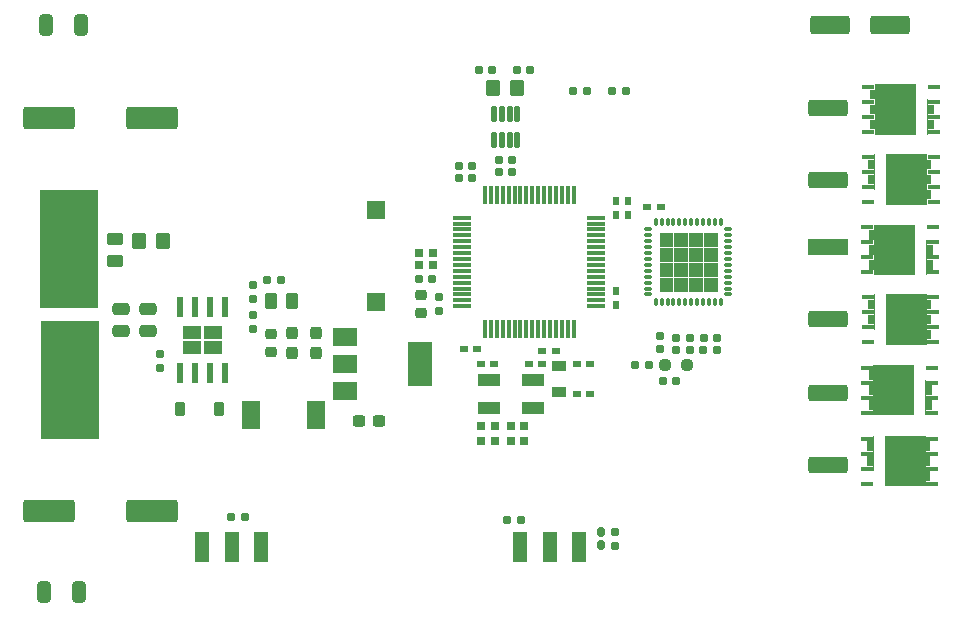
<source format=gtp>
%TF.GenerationSoftware,KiCad,Pcbnew,7.0.1-0*%
%TF.CreationDate,2023-08-15T02:12:02+05:30*%
%TF.ProjectId,retry1,72657472-7931-42e6-9b69-6361645f7063,rev?*%
%TF.SameCoordinates,Original*%
%TF.FileFunction,Paste,Top*%
%TF.FilePolarity,Positive*%
%FSLAX46Y46*%
G04 Gerber Fmt 4.6, Leading zero omitted, Abs format (unit mm)*
G04 Created by KiCad (PCBNEW 7.0.1-0) date 2023-08-15 02:12:02*
%MOMM*%
%LPD*%
G01*
G04 APERTURE LIST*
G04 Aperture macros list*
%AMRoundRect*
0 Rectangle with rounded corners*
0 $1 Rounding radius*
0 $2 $3 $4 $5 $6 $7 $8 $9 X,Y pos of 4 corners*
0 Add a 4 corners polygon primitive as box body*
4,1,4,$2,$3,$4,$5,$6,$7,$8,$9,$2,$3,0*
0 Add four circle primitives for the rounded corners*
1,1,$1+$1,$2,$3*
1,1,$1+$1,$4,$5*
1,1,$1+$1,$6,$7*
1,1,$1+$1,$8,$9*
0 Add four rect primitives between the rounded corners*
20,1,$1+$1,$2,$3,$4,$5,0*
20,1,$1+$1,$4,$5,$6,$7,0*
20,1,$1+$1,$6,$7,$8,$9,0*
20,1,$1+$1,$8,$9,$2,$3,0*%
G04 Aperture macros list end*
%ADD10C,0.010000*%
%ADD11RoundRect,0.160000X0.160000X-0.197500X0.160000X0.197500X-0.160000X0.197500X-0.160000X-0.197500X0*%
%ADD12RoundRect,0.155000X0.212500X0.155000X-0.212500X0.155000X-0.212500X-0.155000X0.212500X-0.155000X0*%
%ADD13RoundRect,0.249999X1.425001X-0.450001X1.425001X0.450001X-1.425001X0.450001X-1.425001X-0.450001X0*%
%ADD14R,3.350000X1.400000*%
%ADD15RoundRect,0.250000X0.450000X-0.262500X0.450000X0.262500X-0.450000X0.262500X-0.450000X-0.262500X0*%
%ADD16R,5.000000X10.000000*%
%ADD17RoundRect,0.250000X-0.350000X-0.450000X0.350000X-0.450000X0.350000X0.450000X-0.350000X0.450000X0*%
%ADD18RoundRect,0.237500X0.237500X-0.300000X0.237500X0.300000X-0.237500X0.300000X-0.237500X-0.300000X0*%
%ADD19RoundRect,0.007200X0.112800X-0.292800X0.112800X0.292800X-0.112800X0.292800X-0.112800X-0.292800X0*%
%ADD20RoundRect,0.007200X0.292800X0.112800X-0.292800X0.112800X-0.292800X-0.112800X0.292800X-0.112800X0*%
%ADD21RoundRect,0.155000X-0.212500X-0.155000X0.212500X-0.155000X0.212500X0.155000X-0.212500X0.155000X0*%
%ADD22R,0.715000X0.640000*%
%ADD23R,1.500000X2.400000*%
%ADD24RoundRect,0.160000X0.197500X0.160000X-0.197500X0.160000X-0.197500X-0.160000X0.197500X-0.160000X0*%
%ADD25R,1.200000X0.875000*%
%ADD26RoundRect,0.225000X0.250000X-0.225000X0.250000X0.225000X-0.250000X0.225000X-0.250000X-0.225000X0*%
%ADD27R,0.735000X0.620000*%
%ADD28RoundRect,0.155000X0.155000X-0.212500X0.155000X0.212500X-0.155000X0.212500X-0.155000X-0.212500X0*%
%ADD29RoundRect,0.237500X-0.300000X-0.237500X0.300000X-0.237500X0.300000X0.237500X-0.300000X0.237500X0*%
%ADD30RoundRect,0.237500X0.250000X0.237500X-0.250000X0.237500X-0.250000X-0.237500X0.250000X-0.237500X0*%
%ADD31RoundRect,0.160000X0.160000X-0.222500X0.160000X0.222500X-0.160000X0.222500X-0.160000X-0.222500X0*%
%ADD32R,1.900000X1.100000*%
%ADD33R,1.092200X0.406400*%
%ADD34RoundRect,0.225000X-0.225000X-0.375000X0.225000X-0.375000X0.225000X0.375000X-0.225000X0.375000X0*%
%ADD35RoundRect,0.250000X-0.475000X0.250000X-0.475000X-0.250000X0.475000X-0.250000X0.475000X0.250000X0*%
%ADD36RoundRect,0.125000X0.125000X-0.537500X0.125000X0.537500X-0.125000X0.537500X-0.125000X-0.537500X0*%
%ADD37R,0.620000X0.735000*%
%ADD38RoundRect,0.160000X-0.160000X0.197500X-0.160000X-0.197500X0.160000X-0.197500X0.160000X0.197500X0*%
%ADD39RoundRect,0.160000X-0.197500X-0.160000X0.197500X-0.160000X0.197500X0.160000X-0.197500X0.160000X0*%
%ADD40R,1.250000X2.500000*%
%ADD41RoundRect,0.075000X0.075000X-0.700000X0.075000X0.700000X-0.075000X0.700000X-0.075000X-0.700000X0*%
%ADD42RoundRect,0.075000X0.700000X-0.075000X0.700000X0.075000X-0.700000X0.075000X-0.700000X-0.075000X0*%
%ADD43R,2.000000X1.500000*%
%ADD44R,2.000000X3.800000*%
%ADD45R,0.558800X1.663700*%
%ADD46RoundRect,0.250000X-0.325000X-0.650000X0.325000X-0.650000X0.325000X0.650000X-0.325000X0.650000X0*%
%ADD47RoundRect,0.250000X1.412500X0.550000X-1.412500X0.550000X-1.412500X-0.550000X1.412500X-0.550000X0*%
%ADD48RoundRect,0.250000X-1.950000X-0.700000X1.950000X-0.700000X1.950000X0.700000X-1.950000X0.700000X0*%
%ADD49RoundRect,0.155000X-0.155000X0.212500X-0.155000X-0.212500X0.155000X-0.212500X0.155000X0.212500X0*%
%ADD50R,1.500000X1.500000*%
%ADD51R,0.765000X0.640000*%
%ADD52RoundRect,0.250000X0.262500X0.450000X-0.262500X0.450000X-0.262500X-0.450000X0.262500X-0.450000X0*%
G04 APERTURE END LIST*
%TO.C,U7*%
D10*
X127154000Y-116212000D02*
X126094000Y-116212000D01*
X126094000Y-115152000D01*
X127154000Y-115152000D01*
X127154000Y-116212000D01*
G36*
X127154000Y-116212000D02*
G01*
X126094000Y-116212000D01*
X126094000Y-115152000D01*
X127154000Y-115152000D01*
X127154000Y-116212000D01*
G37*
X128414000Y-116212000D02*
X127354000Y-116212000D01*
X127354000Y-115152000D01*
X128414000Y-115152000D01*
X128414000Y-116212000D01*
G36*
X128414000Y-116212000D02*
G01*
X127354000Y-116212000D01*
X127354000Y-115152000D01*
X128414000Y-115152000D01*
X128414000Y-116212000D01*
G37*
X129674000Y-116212000D02*
X128614000Y-116212000D01*
X128614000Y-115152000D01*
X129674000Y-115152000D01*
X129674000Y-116212000D01*
G36*
X129674000Y-116212000D02*
G01*
X128614000Y-116212000D01*
X128614000Y-115152000D01*
X129674000Y-115152000D01*
X129674000Y-116212000D01*
G37*
X130934000Y-116212000D02*
X129874000Y-116212000D01*
X129874000Y-115152000D01*
X130934000Y-115152000D01*
X130934000Y-116212000D01*
G36*
X130934000Y-116212000D02*
G01*
X129874000Y-116212000D01*
X129874000Y-115152000D01*
X130934000Y-115152000D01*
X130934000Y-116212000D01*
G37*
X127154000Y-114952000D02*
X126094000Y-114952000D01*
X126094000Y-113892000D01*
X127154000Y-113892000D01*
X127154000Y-114952000D01*
G36*
X127154000Y-114952000D02*
G01*
X126094000Y-114952000D01*
X126094000Y-113892000D01*
X127154000Y-113892000D01*
X127154000Y-114952000D01*
G37*
X128414000Y-114952000D02*
X127354000Y-114952000D01*
X127354000Y-113892000D01*
X128414000Y-113892000D01*
X128414000Y-114952000D01*
G36*
X128414000Y-114952000D02*
G01*
X127354000Y-114952000D01*
X127354000Y-113892000D01*
X128414000Y-113892000D01*
X128414000Y-114952000D01*
G37*
X129674000Y-114952000D02*
X128614000Y-114952000D01*
X128614000Y-113892000D01*
X129674000Y-113892000D01*
X129674000Y-114952000D01*
G36*
X129674000Y-114952000D02*
G01*
X128614000Y-114952000D01*
X128614000Y-113892000D01*
X129674000Y-113892000D01*
X129674000Y-114952000D01*
G37*
X130934000Y-114952000D02*
X129874000Y-114952000D01*
X129874000Y-113892000D01*
X130934000Y-113892000D01*
X130934000Y-114952000D01*
G36*
X130934000Y-114952000D02*
G01*
X129874000Y-114952000D01*
X129874000Y-113892000D01*
X130934000Y-113892000D01*
X130934000Y-114952000D01*
G37*
X127154000Y-113692000D02*
X126094000Y-113692000D01*
X126094000Y-112632000D01*
X127154000Y-112632000D01*
X127154000Y-113692000D01*
G36*
X127154000Y-113692000D02*
G01*
X126094000Y-113692000D01*
X126094000Y-112632000D01*
X127154000Y-112632000D01*
X127154000Y-113692000D01*
G37*
X128414000Y-113692000D02*
X127354000Y-113692000D01*
X127354000Y-112632000D01*
X128414000Y-112632000D01*
X128414000Y-113692000D01*
G36*
X128414000Y-113692000D02*
G01*
X127354000Y-113692000D01*
X127354000Y-112632000D01*
X128414000Y-112632000D01*
X128414000Y-113692000D01*
G37*
X129674000Y-113692000D02*
X128614000Y-113692000D01*
X128614000Y-112632000D01*
X129674000Y-112632000D01*
X129674000Y-113692000D01*
G36*
X129674000Y-113692000D02*
G01*
X128614000Y-113692000D01*
X128614000Y-112632000D01*
X129674000Y-112632000D01*
X129674000Y-113692000D01*
G37*
X130934000Y-113692000D02*
X129874000Y-113692000D01*
X129874000Y-112632000D01*
X130934000Y-112632000D01*
X130934000Y-113692000D01*
G36*
X130934000Y-113692000D02*
G01*
X129874000Y-113692000D01*
X129874000Y-112632000D01*
X130934000Y-112632000D01*
X130934000Y-113692000D01*
G37*
X127154000Y-112432000D02*
X126094000Y-112432000D01*
X126094000Y-111372000D01*
X127154000Y-111372000D01*
X127154000Y-112432000D01*
G36*
X127154000Y-112432000D02*
G01*
X126094000Y-112432000D01*
X126094000Y-111372000D01*
X127154000Y-111372000D01*
X127154000Y-112432000D01*
G37*
X128414000Y-112432000D02*
X127354000Y-112432000D01*
X127354000Y-111372000D01*
X128414000Y-111372000D01*
X128414000Y-112432000D01*
G36*
X128414000Y-112432000D02*
G01*
X127354000Y-112432000D01*
X127354000Y-111372000D01*
X128414000Y-111372000D01*
X128414000Y-112432000D01*
G37*
X129674000Y-112432000D02*
X128614000Y-112432000D01*
X128614000Y-111372000D01*
X129674000Y-111372000D01*
X129674000Y-112432000D01*
G36*
X129674000Y-112432000D02*
G01*
X128614000Y-112432000D01*
X128614000Y-111372000D01*
X129674000Y-111372000D01*
X129674000Y-112432000D01*
G37*
X130934000Y-112432000D02*
X129874000Y-112432000D01*
X129874000Y-111372000D01*
X130934000Y-111372000D01*
X130934000Y-112432000D01*
G36*
X130934000Y-112432000D02*
G01*
X129874000Y-112432000D01*
X129874000Y-111372000D01*
X130934000Y-111372000D01*
X130934000Y-112432000D01*
G37*
%TO.C,U9*%
G36*
X144319000Y-107676200D02*
G01*
X144269000Y-107676200D01*
X144269000Y-107219000D01*
X143731600Y-107219000D01*
X143731600Y-106406200D01*
X144269000Y-106406200D01*
X144269000Y-105949000D01*
X143731600Y-105949000D01*
X143731600Y-105136200D01*
X144269000Y-105136200D01*
X144269000Y-104679000D01*
X144319000Y-104679000D01*
X144319000Y-107676200D01*
G37*
G36*
X148739400Y-105136200D02*
G01*
X149106800Y-105136200D01*
X149106800Y-105949000D01*
X148739400Y-105949000D01*
X148739400Y-106406200D01*
X149106800Y-106406200D01*
X149106800Y-107219000D01*
X148739400Y-107219000D01*
X148739400Y-107676200D01*
X149106800Y-107676200D01*
X149106800Y-108489000D01*
X148739400Y-108489000D01*
X148739400Y-108946200D01*
X145246800Y-108946200D01*
X145246800Y-104679000D01*
X148739400Y-104679000D01*
X148739400Y-105136200D01*
G37*
%TO.C,U2*%
G36*
X144207700Y-131521200D02*
G01*
X144157700Y-131521200D01*
X144157700Y-131064000D01*
X143620300Y-131064000D01*
X143620300Y-130251200D01*
X144157700Y-130251200D01*
X144157700Y-129794000D01*
X143620300Y-129794000D01*
X143620300Y-128981200D01*
X144157700Y-128981200D01*
X144157700Y-128524000D01*
X144207700Y-128524000D01*
X144207700Y-131521200D01*
G37*
G36*
X148628100Y-128981200D02*
G01*
X148995500Y-128981200D01*
X148995500Y-129794000D01*
X148628100Y-129794000D01*
X148628100Y-130251200D01*
X148995500Y-130251200D01*
X148995500Y-131064000D01*
X148628100Y-131064000D01*
X148628100Y-131521200D01*
X148995500Y-131521200D01*
X148995500Y-132334000D01*
X148628100Y-132334000D01*
X148628100Y-132791200D01*
X145135500Y-132791200D01*
X145135500Y-128524000D01*
X148628100Y-128524000D01*
X148628100Y-128981200D01*
G37*
%TO.C,IC1*%
G36*
X89031200Y-120292000D02*
G01*
X87504000Y-120292000D01*
X87504000Y-119209300D01*
X89031200Y-119209300D01*
X89031200Y-120292000D01*
G37*
G36*
X87304000Y-120292000D02*
G01*
X85776800Y-120292000D01*
X85776800Y-119209300D01*
X87304000Y-119209300D01*
X87304000Y-120292000D01*
G37*
G36*
X89031200Y-121574700D02*
G01*
X87504000Y-121574700D01*
X87504000Y-120492000D01*
X89031200Y-120492000D01*
X89031200Y-121574700D01*
G37*
G36*
X87304000Y-121574700D02*
G01*
X85776800Y-121574700D01*
X85776800Y-120492000D01*
X87304000Y-120492000D01*
X87304000Y-121574700D01*
G37*
%TO.C,U6*%
G36*
X144297700Y-119511950D02*
G01*
X144247700Y-119511950D01*
X144247700Y-119054750D01*
X143710300Y-119054750D01*
X143710300Y-118241950D01*
X144247700Y-118241950D01*
X144247700Y-117784750D01*
X143710300Y-117784750D01*
X143710300Y-116971950D01*
X144247700Y-116971950D01*
X144247700Y-116514750D01*
X144297700Y-116514750D01*
X144297700Y-119511950D01*
G37*
G36*
X148718100Y-116971950D02*
G01*
X149085500Y-116971950D01*
X149085500Y-117784750D01*
X148718100Y-117784750D01*
X148718100Y-118241950D01*
X149085500Y-118241950D01*
X149085500Y-119054750D01*
X148718100Y-119054750D01*
X148718100Y-119511950D01*
X149085500Y-119511950D01*
X149085500Y-120324750D01*
X148718100Y-120324750D01*
X148718100Y-120781950D01*
X145225500Y-120781950D01*
X145225500Y-116514750D01*
X148718100Y-116514750D01*
X148718100Y-116971950D01*
G37*
%TO.C,U1*%
G36*
X148648100Y-124231200D02*
G01*
X149185500Y-124231200D01*
X149185500Y-125044000D01*
X148648100Y-125044000D01*
X148648100Y-125501200D01*
X149185500Y-125501200D01*
X149185500Y-126314000D01*
X148648100Y-126314000D01*
X148648100Y-126771200D01*
X148598100Y-126771200D01*
X148598100Y-123774000D01*
X148648100Y-123774000D01*
X148648100Y-124231200D01*
G37*
G36*
X147670300Y-126771200D02*
G01*
X144177700Y-126771200D01*
X144177700Y-126314000D01*
X143810300Y-126314000D01*
X143810300Y-125501200D01*
X144177700Y-125501200D01*
X144177700Y-125044000D01*
X143810300Y-125044000D01*
X143810300Y-124231200D01*
X144177700Y-124231200D01*
X144177700Y-123774000D01*
X143810300Y-123774000D01*
X143810300Y-122961200D01*
X144177700Y-122961200D01*
X144177700Y-122504000D01*
X147670300Y-122504000D01*
X147670300Y-126771200D01*
G37*
%TO.C,U8*%
G36*
X148780500Y-100482400D02*
G01*
X149317900Y-100482400D01*
X149317900Y-101295200D01*
X148780500Y-101295200D01*
X148780500Y-101752400D01*
X149317900Y-101752400D01*
X149317900Y-102565200D01*
X148780500Y-102565200D01*
X148780500Y-103022400D01*
X148730500Y-103022400D01*
X148730500Y-100025200D01*
X148780500Y-100025200D01*
X148780500Y-100482400D01*
G37*
G36*
X147802700Y-103022400D02*
G01*
X144310100Y-103022400D01*
X144310100Y-102565200D01*
X143942700Y-102565200D01*
X143942700Y-101752400D01*
X144310100Y-101752400D01*
X144310100Y-101295200D01*
X143942700Y-101295200D01*
X143942700Y-100482400D01*
X144310100Y-100482400D01*
X144310100Y-100025200D01*
X143942700Y-100025200D01*
X143942700Y-99212400D01*
X144310100Y-99212400D01*
X144310100Y-98755200D01*
X147802700Y-98755200D01*
X147802700Y-103022400D01*
G37*
%TO.C,U5*%
G36*
X148698100Y-112351200D02*
G01*
X149235500Y-112351200D01*
X149235500Y-113164000D01*
X148698100Y-113164000D01*
X148698100Y-113621200D01*
X149235500Y-113621200D01*
X149235500Y-114434000D01*
X148698100Y-114434000D01*
X148698100Y-114891200D01*
X148648100Y-114891200D01*
X148648100Y-111894000D01*
X148698100Y-111894000D01*
X148698100Y-112351200D01*
G37*
G36*
X147720300Y-114891200D02*
G01*
X144227700Y-114891200D01*
X144227700Y-114434000D01*
X143860300Y-114434000D01*
X143860300Y-113621200D01*
X144227700Y-113621200D01*
X144227700Y-113164000D01*
X143860300Y-113164000D01*
X143860300Y-112351200D01*
X144227700Y-112351200D01*
X144227700Y-111894000D01*
X143860300Y-111894000D01*
X143860300Y-111081200D01*
X144227700Y-111081200D01*
X144227700Y-110624000D01*
X147720300Y-110624000D01*
X147720300Y-114891200D01*
G37*
%TD*%
D11*
%TO.C,R8*%
X91687125Y-116929500D03*
X91687125Y-115734500D03*
%TD*%
D12*
%TO.C,C11*%
X94021329Y-115333381D03*
X92886329Y-115333381D03*
%TD*%
D13*
%TO.C,RsenseB1*%
X140342900Y-118637600D03*
D14*
X140342900Y-112537600D03*
%TD*%
D12*
%TO.C,C12*%
X110236000Y-106680000D03*
X109101000Y-106680000D03*
%TD*%
D11*
%TO.C,R16*%
X122341597Y-137835597D03*
X122341597Y-136640597D03*
%TD*%
D15*
%TO.C,R12*%
X80010000Y-113688500D03*
X80010000Y-111863500D03*
%TD*%
D16*
%TO.C,---*%
X76214466Y-123790689D03*
%TD*%
D13*
%TO.C,RsenseA1*%
X140392900Y-130957600D03*
X140392900Y-124857600D03*
%TD*%
D17*
%TO.C,R17*%
X112030000Y-99060000D03*
X114030000Y-99060000D03*
%TD*%
D18*
%TO.C,C16*%
X94994000Y-121508267D03*
X94994000Y-119783267D03*
%TD*%
D19*
%TO.C,U7*%
X125764000Y-117192000D03*
X126264000Y-117192000D03*
X126764000Y-117192000D03*
X127264000Y-117192000D03*
X127764000Y-117192000D03*
X128264000Y-117192000D03*
X128764000Y-117192000D03*
X129264000Y-117192000D03*
X129764000Y-117192000D03*
X130264000Y-117192000D03*
X130764000Y-117192000D03*
X131264000Y-117192000D03*
D20*
X131914000Y-116542000D03*
X131914000Y-116042000D03*
X131914000Y-115542000D03*
X131914000Y-115042000D03*
X131914000Y-114542000D03*
X131914000Y-114042000D03*
X131914000Y-113542000D03*
X131914000Y-113042000D03*
X131914000Y-112542000D03*
X131914000Y-112042000D03*
X131914000Y-111542000D03*
X131914000Y-111042000D03*
D19*
X131264000Y-110392000D03*
X130764000Y-110392000D03*
X130264000Y-110392000D03*
X129764000Y-110392000D03*
X129264000Y-110392000D03*
X128764000Y-110392000D03*
X128264000Y-110392000D03*
X127764000Y-110392000D03*
X127264000Y-110392000D03*
X126764000Y-110392000D03*
X126264000Y-110392000D03*
X125764000Y-110392000D03*
D20*
X125114000Y-111042000D03*
X125114000Y-111542000D03*
X125114000Y-112042000D03*
X125114000Y-112542000D03*
X125114000Y-113042000D03*
X125114000Y-113542000D03*
X125114000Y-114042000D03*
X125114000Y-114542000D03*
X125114000Y-115042000D03*
X125114000Y-115542000D03*
X125114000Y-116042000D03*
X125114000Y-116542000D03*
%TD*%
D21*
%TO.C,C28*%
X127499300Y-121234200D03*
X128634300Y-121234200D03*
%TD*%
D22*
%TO.C,R3*%
X106882892Y-113030000D03*
X105687892Y-113030000D03*
%TD*%
D21*
%TO.C,C41*%
X110778500Y-97536000D03*
X111913500Y-97536000D03*
%TD*%
D23*
%TO.C,L1*%
X91484000Y-126746000D03*
X96984000Y-126746000D03*
%TD*%
D24*
%TO.C,R15*%
X125184500Y-122504200D03*
X123989500Y-122504200D03*
%TD*%
D25*
%TO.C,FB1*%
X117602000Y-122635500D03*
X117602000Y-124760500D03*
%TD*%
D26*
%TO.C,C6*%
X105918000Y-118123000D03*
X105918000Y-116573000D03*
%TD*%
D24*
%TO.C,R10*%
X123279500Y-99314000D03*
X122084500Y-99314000D03*
%TD*%
D27*
%TO.C,C8*%
X115002500Y-122428000D03*
X116137500Y-122428000D03*
%TD*%
%TO.C,C22*%
X119066500Y-124968000D03*
X120201500Y-124968000D03*
%TD*%
D28*
%TO.C,C9*%
X107442000Y-117915500D03*
X107442000Y-116780500D03*
%TD*%
D29*
%TO.C,C18*%
X100637000Y-127254000D03*
X102362000Y-127254000D03*
%TD*%
D30*
%TO.C,R14*%
X128395100Y-122529600D03*
X126570100Y-122529600D03*
%TD*%
D31*
%TO.C,D5*%
X121158000Y-137797000D03*
X121158000Y-136652000D03*
%TD*%
D32*
%TO.C,Y1*%
X111688000Y-126118000D03*
X115388000Y-126118000D03*
X115388000Y-123818000D03*
X111688000Y-123818000D03*
%TD*%
D33*
%TO.C,U9*%
X143722900Y-104907600D03*
X143722900Y-106177600D03*
X143722900Y-107447600D03*
X143722900Y-108717600D03*
X149285500Y-108717600D03*
X149285500Y-107447600D03*
X149285500Y-106177600D03*
X149285500Y-104907600D03*
%TD*%
D16*
%TO.C,J2*%
X76104466Y-112726689D03*
%TD*%
D34*
%TO.C,D1*%
X85504000Y-126242000D03*
X88804000Y-126242000D03*
%TD*%
D35*
%TO.C,C1*%
X80518000Y-117734000D03*
X80518000Y-119634000D03*
%TD*%
D36*
%TO.C,U10*%
X112092412Y-103499500D03*
X112742412Y-103499500D03*
X113392412Y-103499500D03*
X114042412Y-103499500D03*
X114042412Y-101224500D03*
X113392412Y-101224500D03*
X112742412Y-101224500D03*
X112092412Y-101224500D03*
%TD*%
D18*
%TO.C,C20*%
X97028000Y-121512500D03*
X97028000Y-119787500D03*
%TD*%
D37*
%TO.C,C5*%
X122428000Y-109787500D03*
X122428000Y-108652500D03*
%TD*%
D38*
%TO.C,R5*%
X91694000Y-118274500D03*
X91694000Y-119469500D03*
%TD*%
D21*
%TO.C,C40*%
X113986500Y-97536000D03*
X115121500Y-97536000D03*
%TD*%
D12*
%TO.C,C7*%
X106825011Y-115216553D03*
X105690011Y-115216553D03*
%TD*%
D39*
%TO.C,R1*%
X89826500Y-135382000D03*
X91021500Y-135382000D03*
%TD*%
D12*
%TO.C,C13*%
X110236000Y-105664000D03*
X109101000Y-105664000D03*
%TD*%
D40*
%TO.C,sw*%
X87376000Y-137922000D03*
X89876000Y-137922000D03*
X92376000Y-137922000D03*
%TD*%
D33*
%TO.C,U2*%
X143611600Y-128752600D03*
X143611600Y-130022600D03*
X143611600Y-131292600D03*
X143611600Y-132562600D03*
X149174200Y-132562600D03*
X149174200Y-131292600D03*
X149174200Y-130022600D03*
X149174200Y-128752600D03*
%TD*%
D41*
%TO.C,U3*%
X111312000Y-119467000D03*
X111812000Y-119467000D03*
X112312000Y-119467000D03*
X112812000Y-119467000D03*
X113312000Y-119467000D03*
X113812000Y-119467000D03*
X114312000Y-119467000D03*
X114812000Y-119467000D03*
X115312000Y-119467000D03*
X115812000Y-119467000D03*
X116312000Y-119467000D03*
X116812000Y-119467000D03*
X117312000Y-119467000D03*
X117812000Y-119467000D03*
X118312000Y-119467000D03*
X118812000Y-119467000D03*
D42*
X120737000Y-117542000D03*
X120737000Y-117042000D03*
X120737000Y-116542000D03*
X120737000Y-116042000D03*
X120737000Y-115542000D03*
X120737000Y-115042000D03*
X120737000Y-114542000D03*
X120737000Y-114042000D03*
X120737000Y-113542000D03*
X120737000Y-113042000D03*
X120737000Y-112542000D03*
X120737000Y-112042000D03*
X120737000Y-111542000D03*
X120737000Y-111042000D03*
X120737000Y-110542000D03*
X120737000Y-110042000D03*
D41*
X118812000Y-108117000D03*
X118312000Y-108117000D03*
X117812000Y-108117000D03*
X117312000Y-108117000D03*
X116812000Y-108117000D03*
X116312000Y-108117000D03*
X115812000Y-108117000D03*
X115312000Y-108117000D03*
X114812000Y-108117000D03*
X114312000Y-108117000D03*
X113812000Y-108117000D03*
X113312000Y-108117000D03*
X112812000Y-108117000D03*
X112312000Y-108117000D03*
X111812000Y-108117000D03*
X111312000Y-108117000D03*
D42*
X109387000Y-110042000D03*
X109387000Y-110542000D03*
X109387000Y-111042000D03*
X109387000Y-111542000D03*
X109387000Y-112042000D03*
X109387000Y-112542000D03*
X109387000Y-113042000D03*
X109387000Y-113542000D03*
X109387000Y-114042000D03*
X109387000Y-114542000D03*
X109387000Y-115042000D03*
X109387000Y-115542000D03*
X109387000Y-116042000D03*
X109387000Y-116542000D03*
X109387000Y-117042000D03*
X109387000Y-117542000D03*
%TD*%
D43*
%TO.C,U4*%
X99466000Y-120128000D03*
X99466000Y-122428000D03*
D44*
X105766000Y-122428000D03*
D43*
X99466000Y-124728000D03*
%TD*%
D22*
%TO.C,R2*%
X106882892Y-114046000D03*
X105687892Y-114046000D03*
%TD*%
D45*
%TO.C,IC1*%
X89309000Y-117566250D03*
X88039000Y-117566250D03*
X86769000Y-117566250D03*
X85499000Y-117566250D03*
X85499000Y-123217750D03*
X86769000Y-123217750D03*
X88039000Y-123217750D03*
X89309000Y-123217750D03*
%TD*%
D46*
%TO.C,C23*%
X74136000Y-93726000D03*
X77086000Y-93726000D03*
%TD*%
D27*
%TO.C,C21*%
X119066500Y-122428000D03*
X120201500Y-122428000D03*
%TD*%
D47*
%TO.C,C42*%
X145590300Y-93751400D03*
X140515300Y-93751400D03*
%TD*%
D12*
%TO.C,C36*%
X130945700Y-120218200D03*
X129810700Y-120218200D03*
%TD*%
D33*
%TO.C,U6*%
X143701600Y-116743350D03*
X143701600Y-118013350D03*
X143701600Y-119283350D03*
X143701600Y-120553350D03*
X149264200Y-120553350D03*
X149264200Y-119283350D03*
X149264200Y-118013350D03*
X149264200Y-116743350D03*
%TD*%
D27*
%TO.C,C34*%
X126195900Y-109169200D03*
X125060900Y-109169200D03*
%TD*%
D35*
%TO.C,C2*%
X82804000Y-117734000D03*
X82804000Y-119634000D03*
%TD*%
D27*
%TO.C,C4*%
X112073500Y-122428000D03*
X110938500Y-122428000D03*
%TD*%
D48*
%TO.C,C27*%
X74390000Y-101600000D03*
X83090000Y-101600000D03*
%TD*%
D13*
%TO.C,RsenseC1*%
X140352900Y-106837600D03*
X140352900Y-100737600D03*
%TD*%
D22*
%TO.C,R6*%
X112133197Y-127656073D03*
X110938197Y-127656073D03*
%TD*%
D49*
%TO.C,C3*%
X83820000Y-121606500D03*
X83820000Y-122741500D03*
%TD*%
D50*
%TO.C,Reset*%
X102108000Y-117184000D03*
X102108000Y-109384000D03*
%TD*%
D39*
%TO.C,R11*%
X118782500Y-99314000D03*
X119977500Y-99314000D03*
%TD*%
D17*
%TO.C,R13*%
X82058000Y-112014000D03*
X84058000Y-112014000D03*
%TD*%
D37*
%TO.C,C10*%
X123444000Y-109787500D03*
X123444000Y-108652500D03*
%TD*%
D12*
%TO.C,C31*%
X128634300Y-120218200D03*
X127499300Y-120218200D03*
%TD*%
%TO.C,C39*%
X113597500Y-106172000D03*
X112462500Y-106172000D03*
%TD*%
D27*
%TO.C,C17*%
X110667500Y-121130000D03*
X109532500Y-121130000D03*
%TD*%
D22*
%TO.C,R7*%
X112133197Y-128926073D03*
X110938197Y-128926073D03*
%TD*%
D12*
%TO.C,C37*%
X127500000Y-123850400D03*
X126365000Y-123850400D03*
%TD*%
D49*
%TO.C,C33*%
X126161800Y-120031700D03*
X126161800Y-121166700D03*
%TD*%
D40*
%TO.C,nFault*%
X114300000Y-137922000D03*
X116800000Y-137922000D03*
X119300000Y-137922000D03*
%TD*%
D26*
%TO.C,C14*%
X93216000Y-121420767D03*
X93216000Y-119870767D03*
%TD*%
D27*
%TO.C,C19*%
X117310000Y-121320000D03*
X116175000Y-121320000D03*
%TD*%
D24*
%TO.C,R9*%
X114389500Y-135636000D03*
X113194500Y-135636000D03*
%TD*%
D51*
%TO.C,D3*%
X114648197Y-128926073D03*
X113503197Y-128926073D03*
%TD*%
D48*
%TO.C,C25*%
X74390000Y-134874000D03*
X83090000Y-134874000D03*
%TD*%
D37*
%TO.C,C15*%
X122428000Y-116272500D03*
X122428000Y-117407500D03*
%TD*%
D12*
%TO.C,C38*%
X113597500Y-105156000D03*
X112462500Y-105156000D03*
%TD*%
D51*
%TO.C,D2*%
X114648197Y-127656073D03*
X113503197Y-127656073D03*
%TD*%
D12*
%TO.C,C29*%
X130920300Y-121234200D03*
X129785300Y-121234200D03*
%TD*%
D33*
%TO.C,U1*%
X149194200Y-126542600D03*
X149194200Y-125272600D03*
X149194200Y-124002600D03*
X149194200Y-122732600D03*
X143631600Y-122732600D03*
X143631600Y-124002600D03*
X143631600Y-125272600D03*
X143631600Y-126542600D03*
%TD*%
D52*
%TO.C,R4*%
X94996000Y-117094000D03*
X93171000Y-117094000D03*
%TD*%
D46*
%TO.C,C24*%
X73963000Y-141706000D03*
X76913000Y-141706000D03*
%TD*%
D33*
%TO.C,U8*%
X149326600Y-102793800D03*
X149326600Y-101523800D03*
X149326600Y-100253800D03*
X149326600Y-98983800D03*
X143764000Y-98983800D03*
X143764000Y-100253800D03*
X143764000Y-101523800D03*
X143764000Y-102793800D03*
%TD*%
%TO.C,U5*%
X149244200Y-114662600D03*
X149244200Y-113392600D03*
X149244200Y-112122600D03*
X149244200Y-110852600D03*
X143681600Y-110852600D03*
X143681600Y-112122600D03*
X143681600Y-113392600D03*
X143681600Y-114662600D03*
%TD*%
M02*

</source>
